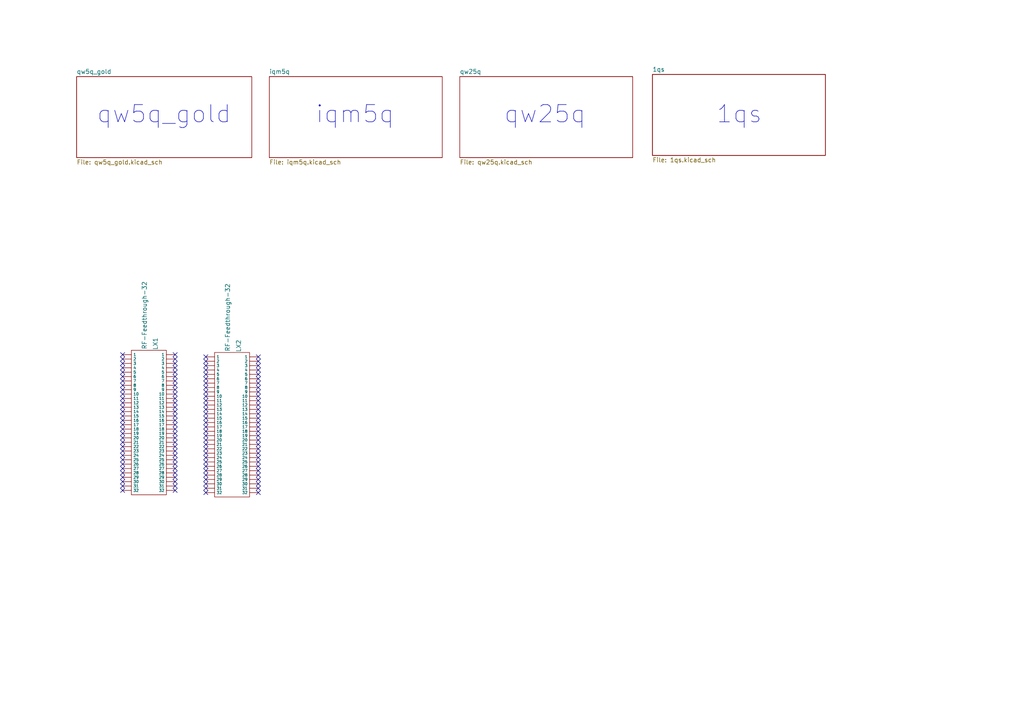
<source format=kicad_sch>
(kicad_sch (version 20230121) (generator eeschema)
  (paper "A4")
  (lib_symbols
    (symbol "Quantum Computing:RF-Feedthrough-32"
      (property "Reference" "LX" (at -22.86 1.905 0))
      (property "Value" "RF-Feedthrough-32" (at -31.115 -1.27 0))
      (symbol "RF-Feedthrough-32_0_1"
        (rectangle (start -20.955 5.08) (end 20.955 -5.08))
      )
      (symbol "RF-Feedthrough-32_1_1"
        (pin bidirectional line (at -19.685 -7.62 90) (length 2.54) (name "1") (number ""))
        (pin bidirectional line (at -19.685 7.62 270) (length 2.54) (name "1") (number ""))
        (pin bidirectional line (at -8.255 -7.62 90) (length 2.54) (name "10") (number ""))
        (pin bidirectional line (at -8.255 7.62 270) (length 2.54) (name "10") (number ""))
        (pin bidirectional line (at -6.985 -7.62 90) (length 2.54) (name "11") (number ""))
        (pin bidirectional line (at -6.985 7.62 270) (length 2.54) (name "11") (number ""))
        (pin bidirectional line (at -5.715 -7.62 90) (length 2.54) (name "12") (number ""))
        (pin bidirectional line (at -5.715 7.62 270) (length 2.54) (name "12") (number ""))
        (pin bidirectional line (at -4.445 -7.62 90) (length 2.54) (name "13") (number ""))
        (pin bidirectional line (at -4.445 7.62 270) (length 2.54) (name "13") (number ""))
        (pin bidirectional line (at -3.175 -7.62 90) (length 2.54) (name "14") (number ""))
        (pin bidirectional line (at -3.175 7.62 270) (length 2.54) (name "14") (number ""))
        (pin bidirectional line (at -1.905 -7.62 90) (length 2.54) (name "15") (number ""))
        (pin bidirectional line (at -1.905 7.62 270) (length 2.54) (name "15") (number ""))
        (pin bidirectional line (at -0.635 -7.62 90) (length 2.54) (name "16") (number ""))
        (pin bidirectional line (at -0.635 7.62 270) (length 2.54) (name "16") (number ""))
        (pin bidirectional line (at 0.635 -7.62 90) (length 2.54) (name "17") (number ""))
        (pin bidirectional line (at 0.635 7.62 270) (length 2.54) (name "17") (number ""))
        (pin bidirectional line (at 1.905 -7.62 90) (length 2.54) (name "18") (number ""))
        (pin bidirectional line (at 1.905 7.62 270) (length 2.54) (name "18") (number ""))
        (pin bidirectional line (at 3.175 -7.62 90) (length 2.54) (name "19") (number ""))
        (pin bidirectional line (at 3.175 7.62 270) (length 2.54) (name "19") (number ""))
        (pin bidirectional line (at -18.415 -7.62 90) (length 2.54) (name "2") (number ""))
        (pin bidirectional line (at -18.415 7.62 270) (length 2.54) (name "2") (number ""))
        (pin bidirectional line (at 4.445 -7.62 90) (length 2.54) (name "20") (number ""))
        (pin bidirectional line (at 4.445 7.62 270) (length 2.54) (name "20") (number ""))
        (pin bidirectional line (at 5.715 -7.62 90) (length 2.54) (name "21") (number ""))
        (pin bidirectional line (at 5.715 7.62 270) (length 2.54) (name "21") (number ""))
        (pin bidirectional line (at 6.985 -7.62 90) (length 2.54) (name "22") (number ""))
        (pin bidirectional line (at 6.985 7.62 270) (length 2.54) (name "22") (number ""))
        (pin bidirectional line (at 8.255 -7.62 90) (length 2.54) (name "23") (number ""))
        (pin bidirectional line (at 8.255 7.62 270) (length 2.54) (name "23") (number ""))
        (pin bidirectional line (at 9.525 -7.62 90) (length 2.54) (name "24") (number ""))
        (pin bidirectional line (at 9.525 7.62 270) (length 2.54) (name "24") (number ""))
        (pin bidirectional line (at 10.795 -7.62 90) (length 2.54) (name "25") (number ""))
        (pin bidirectional line (at 10.795 7.62 270) (length 2.54) (name "25") (number ""))
        (pin bidirectional line (at 12.065 -7.62 90) (length 2.54) (name "26") (number ""))
        (pin bidirectional line (at 12.065 7.62 270) (length 2.54) (name "26") (number ""))
        (pin bidirectional line (at 13.335 -7.62 90) (length 2.54) (name "27") (number ""))
        (pin bidirectional line (at 13.335 7.62 270) (length 2.54) (name "27") (number ""))
        (pin bidirectional line (at 14.605 -7.62 90) (length 2.54) (name "28") (number ""))
        (pin bidirectional line (at 14.605 7.62 270) (length 2.54) (name "28") (number ""))
        (pin bidirectional line (at 15.875 -7.62 90) (length 2.54) (name "29") (number ""))
        (pin bidirectional line (at 15.875 7.62 270) (length 2.54) (name "29") (number ""))
        (pin bidirectional line (at -17.145 -7.62 90) (length 2.54) (name "3") (number ""))
        (pin bidirectional line (at -17.145 7.62 270) (length 2.54) (name "3") (number ""))
        (pin bidirectional line (at 17.145 -7.62 90) (length 2.54) (name "30") (number ""))
        (pin bidirectional line (at 17.145 7.62 270) (length 2.54) (name "30") (number ""))
        (pin bidirectional line (at 18.415 -7.62 90) (length 2.54) (name "31") (number ""))
        (pin bidirectional line (at 18.415 7.62 270) (length 2.54) (name "31") (number ""))
        (pin bidirectional line (at 19.685 -7.62 90) (length 2.54) (name "32") (number ""))
        (pin bidirectional line (at 19.685 7.62 270) (length 2.54) (name "32") (number ""))
        (pin bidirectional line (at -15.875 -7.62 90) (length 2.54) (name "4") (number ""))
        (pin bidirectional line (at -15.875 7.62 270) (length 2.54) (name "4") (number ""))
        (pin bidirectional line (at -14.605 -7.62 90) (length 2.54) (name "5") (number ""))
        (pin bidirectional line (at -14.605 7.62 270) (length 2.54) (name "5") (number ""))
        (pin bidirectional line (at -13.335 -7.62 90) (length 2.54) (name "6") (number ""))
        (pin bidirectional line (at -13.335 7.62 270) (length 2.54) (name "6") (number ""))
        (pin bidirectional line (at -12.065 -7.62 90) (length 2.54) (name "7") (number ""))
        (pin bidirectional line (at -12.065 7.62 270) (length 2.54) (name "7") (number ""))
        (pin bidirectional line (at -10.795 -7.62 90) (length 2.54) (name "8") (number ""))
        (pin bidirectional line (at -10.795 7.62 270) (length 2.54) (name "8") (number ""))
        (pin bidirectional line (at -9.525 -7.62 90) (length 2.54) (name "9") (number ""))
        (pin bidirectional line (at -9.525 7.62 270) (length 2.54) (name "9") (number ""))
      )
    )
  )
  (no_connect (at 74.93 103.505))
  (no_connect (at 50.8 134.62))
  (no_connect (at 59.69 136.525))
  (no_connect (at 50.8 104.14))
  (no_connect (at 50.8 132.08))
  (no_connect (at 35.56 120.65))
  (no_connect (at 35.56 106.68))
  (no_connect (at 50.8 121.92))
  (no_connect (at 59.69 120.015))
  (no_connect (at 50.8 142.24))
  (no_connect (at 35.56 109.22))
  (no_connect (at 35.56 127))
  (no_connect (at 35.56 119.38))
  (no_connect (at 74.93 132.715))
  (no_connect (at 50.8 106.68))
  (no_connect (at 59.69 112.395))
  (no_connect (at 59.69 103.505))
  (no_connect (at 35.56 135.89))
  (no_connect (at 50.8 114.3))
  (no_connect (at 59.69 132.715))
  (no_connect (at 50.8 137.16))
  (no_connect (at 50.8 107.95))
  (no_connect (at 59.69 117.475))
  (no_connect (at 50.8 105.41))
  (no_connect (at 74.93 125.095))
  (no_connect (at 35.56 121.92))
  (no_connect (at 35.56 113.03))
  (no_connect (at 59.69 107.315))
  (no_connect (at 74.93 108.585))
  (no_connect (at 50.8 124.46))
  (no_connect (at 59.69 128.905))
  (no_connect (at 50.8 102.87))
  (no_connect (at 59.69 140.335))
  (no_connect (at 50.8 119.38))
  (no_connect (at 74.93 107.315))
  (no_connect (at 59.69 111.125))
  (no_connect (at 59.69 135.255))
  (no_connect (at 35.56 115.57))
  (no_connect (at 35.56 104.14))
  (no_connect (at 59.69 126.365))
  (no_connect (at 50.8 130.81))
  (no_connect (at 59.69 113.665))
  (no_connect (at 50.8 135.89))
  (no_connect (at 35.56 139.7))
  (no_connect (at 74.93 116.205))
  (no_connect (at 50.8 127))
  (no_connect (at 59.69 123.825))
  (no_connect (at 50.8 129.54))
  (no_connect (at 59.69 116.205))
  (no_connect (at 74.93 126.365))
  (no_connect (at 74.93 117.475))
  (no_connect (at 50.8 113.03))
  (no_connect (at 74.93 123.825))
  (no_connect (at 35.56 118.11))
  (no_connect (at 74.93 127.635))
  (no_connect (at 59.69 104.775))
  (no_connect (at 35.56 137.16))
  (no_connect (at 74.93 128.905))
  (no_connect (at 74.93 114.935))
  (no_connect (at 35.56 134.62))
  (no_connect (at 59.69 130.175))
  (no_connect (at 35.56 140.97))
  (no_connect (at 50.8 133.35))
  (no_connect (at 74.93 120.015))
  (no_connect (at 35.56 125.73))
  (no_connect (at 50.8 116.84))
  (no_connect (at 59.69 108.585))
  (no_connect (at 74.93 118.745))
  (no_connect (at 35.56 102.87))
  (no_connect (at 59.69 133.985))
  (no_connect (at 74.93 141.605))
  (no_connect (at 74.93 130.175))
  (no_connect (at 74.93 121.285))
  (no_connect (at 74.93 140.335))
  (no_connect (at 35.56 123.19))
  (no_connect (at 74.93 122.555))
  (no_connect (at 50.8 120.65))
  (no_connect (at 35.56 107.95))
  (no_connect (at 74.93 111.125))
  (no_connect (at 35.56 124.46))
  (no_connect (at 50.8 109.22))
  (no_connect (at 74.93 113.665))
  (no_connect (at 59.69 137.795))
  (no_connect (at 50.8 111.76))
  (no_connect (at 35.56 116.84))
  (no_connect (at 35.56 128.27))
  (no_connect (at 74.93 131.445))
  (no_connect (at 74.93 133.985))
  (no_connect (at 59.69 141.605))
  (no_connect (at 74.93 142.875))
  (no_connect (at 59.69 142.875))
  (no_connect (at 59.69 114.935))
  (no_connect (at 59.69 121.285))
  (no_connect (at 50.8 125.73))
  (no_connect (at 35.56 142.24))
  (no_connect (at 35.56 111.76))
  (no_connect (at 50.8 123.19))
  (no_connect (at 59.69 139.065))
  (no_connect (at 50.8 138.43))
  (no_connect (at 74.93 139.065))
  (no_connect (at 50.8 139.7))
  (no_connect (at 50.8 128.27))
  (no_connect (at 74.93 106.045))
  (no_connect (at 50.8 115.57))
  (no_connect (at 59.69 131.445))
  (no_connect (at 74.93 112.395))
  (no_connect (at 35.56 129.54))
  (no_connect (at 74.93 137.795))
  (no_connect (at 59.69 125.095))
  (no_connect (at 50.8 118.11))
  (no_connect (at 35.56 105.41))
  (no_connect (at 35.56 130.81))
  (no_connect (at 59.69 118.745))
  (no_connect (at 74.93 109.855))
  (no_connect (at 59.69 122.555))
  (no_connect (at 35.56 132.08))
  (no_connect (at 35.56 110.49))
  (no_connect (at 59.69 106.045))
  (no_connect (at 35.56 114.3))
  (no_connect (at 50.8 110.49))
  (no_connect (at 35.56 138.43))
  (no_connect (at 59.69 127.635))
  (no_connect (at 74.93 135.255))
  (no_connect (at 74.93 104.775))
  (no_connect (at 74.93 136.525))
  (no_connect (at 35.56 133.35))
  (no_connect (at 59.69 109.855))
  (no_connect (at 50.8 140.97))
  (text "iqm5q\n" (at 91.44 36.195 0) (effects (font (size 5 5)) (justify left bottom)))
  (text "qw5q_gold" (at 27.94 36.195 0) (effects (font (size 5 5)) (justify left bottom)))
  (text "1qs" (at 207.645 36.195 0) (effects (font (size 5 5)) (justify left bottom)))
  (text "qw25q" (at 146.05 36.195 0) (effects (font (size 5 5)) (justify left bottom)))
  (symbol (lib_id "Quantum Computing:RF-Feedthrough-32") (at 43.18 122.555 270) (unit 1)
    (property "Reference" "LX1" (at 45.085 99.695 0))
    (property "Value" "RF-Feedthrough-32" (at 41.91 91.44 0))
  )
  (symbol (lib_id "Quantum Computing:RF-Feedthrough-32") (at 67.31 123.19 270) (unit 1)
    (property "Reference" "LX2" (at 69.215 100.33 0))
    (property "Value" "RF-Feedthrough-32" (at 66.04 92.075 0))
  )
  (sheet (at 78.105 22.225) (size 50.165 23.495) (stroke (width 0.1524))
    (property "Sheetname" "iqm5q" (at 78.105 21.5134 0) (effects (justify left bottom)))
    (property "Sheetfile" "iqm5q.kicad_sch" (at 78.105 46.3046 0) (effects (justify left top)))
  )
  (sheet (at 133.35 22.225) (size 50.165 23.495) (stroke (width 0.1524))
    (property "Sheetname" "qw25q" (at 133.35 21.5134 0) (effects (justify left bottom)))
    (property "Sheetfile" "qw25q.kicad_sch" (at 133.35 46.3046 0) (effects (justify left top)))
  )
  (sheet (at 189.23 21.59) (size 50.165 23.495) (stroke (width 0.1524))
    (property "Sheetname" "1qs" (at 189.23 20.8784 0) (effects (justify left bottom)))
    (property "Sheetfile" "1qs.kicad_sch" (at 189.23 45.6696 0) (effects (justify left top)))
  )
  (sheet (at 22.225 22.225) (size 50.8 23.495) (stroke (width 0.1524))
    (property "Sheetname" "qw5q_gold" (at 22.225 21.5134 0) (effects (justify left bottom)))
    (property "Sheetfile" "qw5q_gold.kicad_sch" (at 22.225 46.3046 0) (effects (justify left top)))
  )
)
</source>
